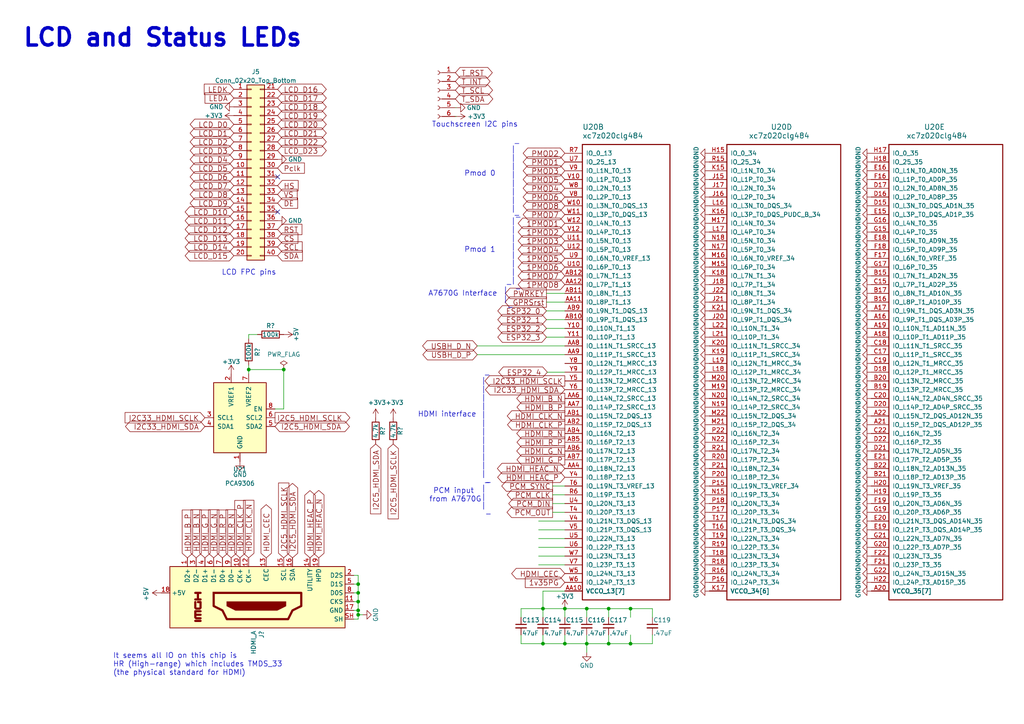
<source format=kicad_sch>
(kicad_sch (version 20230121) (generator eeschema)
  (paper "A4")
  (junction (at 176.53 186.69))
  (junction (at 103.886 171.958))
  (junction (at 163.83 186.69))
  (junction (at 170.18 186.69))
  (junction (at 182.88 176.53))
  (junction (at 82.296 107.188))
  (junction (at 157.48 186.69))
  (junction (at 182.88 186.69))
  (junction (at 72.136 107.188))
  (junction (at 103.886 178.308))
  (junction (at 157.48 176.53))
  (junction (at 103.886 177.038))
  (junction (at 163.83 176.53))
  (junction (at 103.886 169.418))
  (junction (at 170.18 176.53))
  (junction (at 176.53 176.53))
  (junction (at 103.886 174.498))
  (no_connect (at 80.518 51.308))
  (no_connect (at 80.518 61.468))
  (wire (pts (xy 157.48 176.53) (xy 157.48 179.07)))
  (wire (pts (xy 156.21 151.13) (xy 163.83 151.13)))
  (wire (pts (xy 160.274 140.97) (xy 163.83 140.97)))
  (wire (pts (xy 72.136 107.188) (xy 72.136 108.458)))
  (wire (pts (xy 102.616 169.418) (xy 103.886 169.418)))
  (wire (pts (xy 163.83 186.69) (xy 170.18 186.69)))
  (wire (pts (xy 170.18 176.53) (xy 170.18 179.07)))
  (wire (pts (xy 170.18 176.53) (xy 176.53 176.53)))
  (wire (pts (xy 163.83 184.15) (xy 163.83 186.69)))
  (wire (pts (xy 105.156 178.308) (xy 103.886 178.308)))
  (wire (pts (xy 156.21 163.83) (xy 163.83 163.83)))
  (wire (pts (xy 72.136 97.028) (xy 72.136 98.298)))
  (wire (pts (xy 138.43 102.87) (xy 163.83 102.87)))
  (wire (pts (xy 176.53 186.69) (xy 182.88 186.69)))
  (wire (pts (xy 132.334 31.242) (xy 132.08 31.242)))
  (wire (pts (xy 156.21 161.29) (xy 163.83 161.29)))
  (wire (pts (xy 157.48 184.15) (xy 157.48 186.69)))
  (wire (pts (xy 103.886 169.418) (xy 103.886 166.878)))
  (wire (pts (xy 157.48 171.45) (xy 157.48 176.53)))
  (wire (pts (xy 103.886 178.308) (xy 103.886 177.038)))
  (wire (pts (xy 102.616 179.578) (xy 103.886 179.578)))
  (wire (pts (xy 182.88 176.53) (xy 189.23 176.53)))
  (wire (pts (xy 158.496 97.79) (xy 163.83 97.79)))
  (wire (pts (xy 102.616 171.958) (xy 103.886 171.958)))
  (wire (pts (xy 158.496 95.25) (xy 163.83 95.25)))
  (wire (pts (xy 72.136 105.918) (xy 72.136 107.188)))
  (wire (pts (xy 138.43 100.33) (xy 163.83 100.33)))
  (wire (pts (xy 182.88 179.07) (xy 182.88 176.53)))
  (wire (pts (xy 182.88 186.69) (xy 189.23 186.69)))
  (wire (pts (xy 160.274 148.59) (xy 163.83 148.59)))
  (wire (pts (xy 151.13 176.53) (xy 157.48 176.53)))
  (wire (pts (xy 157.48 176.53) (xy 163.83 176.53)))
  (wire (pts (xy 102.616 174.498) (xy 103.886 174.498)))
  (wire (pts (xy 170.18 186.69) (xy 170.18 189.23)))
  (wire (pts (xy 103.886 177.038) (xy 103.886 174.498)))
  (wire (pts (xy 158.75 107.95) (xy 163.83 107.95)))
  (wire (pts (xy 189.23 176.53) (xy 189.23 179.07)))
  (wire (pts (xy 182.88 184.15) (xy 182.88 186.69)))
  (wire (pts (xy 74.676 97.028) (xy 72.136 97.028)))
  (wire (pts (xy 103.886 166.878) (xy 102.616 166.878)))
  (wire (pts (xy 176.53 176.53) (xy 182.88 176.53)))
  (wire (pts (xy 103.886 179.578) (xy 103.886 178.308)))
  (wire (pts (xy 151.13 186.69) (xy 157.48 186.69)))
  (wire (pts (xy 160.274 146.05) (xy 163.83 146.05)))
  (wire (pts (xy 160.274 143.51) (xy 163.83 143.51)))
  (wire (pts (xy 163.83 176.53) (xy 170.18 176.53)))
  (wire (pts (xy 189.23 186.69) (xy 189.23 184.15)))
  (wire (pts (xy 163.83 176.53) (xy 163.83 179.07)))
  (wire (pts (xy 158.496 85.09) (xy 163.83 85.09)))
  (wire (pts (xy 82.296 118.618) (xy 79.756 118.618)))
  (wire (pts (xy 103.886 174.498) (xy 103.886 171.958)))
  (wire (pts (xy 158.496 92.71) (xy 163.83 92.71)))
  (wire (pts (xy 103.886 171.958) (xy 103.886 169.418)))
  (wire (pts (xy 82.296 107.188) (xy 82.296 118.618)))
  (wire (pts (xy 158.496 90.17) (xy 163.83 90.17)))
  (wire (pts (xy 156.21 158.75) (xy 163.83 158.75)))
  (wire (pts (xy 170.18 184.15) (xy 170.18 186.69)))
  (wire (pts (xy 176.53 184.15) (xy 176.53 186.69)))
  (wire (pts (xy 132.334 33.782) (xy 132.08 33.782)))
  (wire (pts (xy 72.136 107.188) (xy 82.296 107.188)))
  (wire (pts (xy 157.48 186.69) (xy 163.83 186.69)))
  (wire (pts (xy 176.53 176.53) (xy 176.53 179.07)))
  (wire (pts (xy 163.83 171.45) (xy 157.48 171.45)))
  (wire (pts (xy 151.13 186.69) (xy 151.13 184.15)))
  (wire (pts (xy 170.18 186.69) (xy 176.53 186.69)))
  (wire (pts (xy 156.21 153.67) (xy 163.83 153.67)))
  (wire (pts (xy 156.21 156.21) (xy 163.83 156.21)))
  (wire (pts (xy 103.886 177.038) (xy 102.616 177.038)))
  (wire (pts (xy 158.496 87.63) (xy 163.83 87.63)))
  (wire (pts (xy 151.13 179.07) (xy 151.13 176.53)))
  (text "Pmod 0" (at 143.764 51.308 0) (effects (font (size 1.524 1.524)) (justify right bottom)))
  (text " PCM input\nfrom A7670G" (at 124.46 145.796 0) (effects (font (size 1.524 1.524)) (justify left bottom)))
  (text "It seems all IO on this chip is \nHR (High-range) which includes TMDS_33\n(the physical standard for HDMI)" (at 32.766 196.088 0) (effects (font (size 1.524 1.524)) (justify left bottom)))
  (text " _\n|\n|\n|\n|\n|\n|\n|\n|\n -" (at 148.082 64.008 0) (effects (font (size 1.524 1.524)) (justify left bottom)))
  (text "LCD FPC pins " (at 64.262 80.01 0) (effects (font (size 1.524 1.524)) (justify left bottom)))
  (text "A7670G Interface\n" (at 144.272 86.106 0) (effects (font (size 1.524 1.524)) (justify right bottom)))
  (text " _\n|\n|\n|\n|\n|\n|\n|\n|\n|\n|\n|\n|\n -" (at 139.446 140.97 0) (effects (font (size 1.524 1.524)) (justify left bottom)))
  (text "Touchscreen I2C pins\n" (at 125.222 37.084 0) (effects (font (size 1.524 1.524)) (justify left bottom)))
  (text " _\n|\n|\n|\n|\n|\n|\n|\n|\n -" (at 148.082 84.836 0) (effects (font (size 1.524 1.524)) (justify left bottom)))
  (text " _\n|\n|\n -" (at 145.796 90.17 0) (effects (font (size 1.524 1.524)) (justify left bottom)))
  (text "LCD and Status LEDs" (at 6.35 13.97 0) (effects (font (size 5.0038 5.0038) (thickness 1.0008) bold) (justify left bottom)))
  (text " _\n|\n|\n|\n -" (at 139.446 150.114 0) (effects (font (size 1.524 1.524)) (justify left bottom)))
  (text "Pmod 1\n" (at 143.764 73.406 0) (effects (font (size 1.524 1.524)) (justify right bottom)))
  (text "HDMI interface\n" (at 121.158 121.158 0) (effects (font (size 1.524 1.524)) (justify left bottom)))
  (global_label "I2C33_HDMI_SDA" (shape bidirectional) (at 163.83 113.03 180) (effects (font (size 1.524 1.524))) (property "Intersheetrefs" "${INTERSHEET_REFS}" (effects hide)))
  (global_label "HDMI_R_P" (shape input) (at 64.516 161.798 90) (effects (font (size 1.524 1.524))) (property "Intersheetrefs" "${INTERSHEET_REFS}" (effects hide)))
  (global_label "PMOD7" (shape bidirectional) (at 163.83 62.23 180) (effects (font (size 1.524 1.524))) (property "Intersheetrefs" "${INTERSHEET_REFS}" (effects hide)))
  (global_label "1v35PG" (shape input) (at 163.83 168.91 180) (effects (font (size 1.524 1.524))) (property "Intersheetrefs" "${INTERSHEET_REFS}" (effects hide)))
  (global_label "LCD_D11" (shape bidirectional) (at 67.818 64.008 180) (effects (font (size 1.524 1.524))) (property "Intersheetrefs" "${INTERSHEET_REFS}" (effects hide)))
  (global_label "I2C33_HDMI_SCLK" (shape output) (at 163.83 110.49 180) (effects (font (size 1.524 1.524))) (property "Intersheetrefs" "${INTERSHEET_REFS}" (effects hide)))
  (global_label "HDMI_HEAC_P" (shape bidirectional) (at 163.83 138.43 180) (effects (font (size 1.524 1.524))) (property "Intersheetrefs" "${INTERSHEET_REFS}" (effects hide)))
  (global_label "PWRKEY" (shape output) (at 158.496 85.09 180) (effects (font (size 1.524 1.524))) (property "Intersheetrefs" "${INTERSHEET_REFS}" (effects hide)))
  (global_label "HDMI_R_N" (shape output) (at 163.83 125.73 180) (effects (font (size 1.524 1.524))) (property "Intersheetrefs" "${INTERSHEET_REFS}" (effects hide)))
  (global_label "LCD_D23" (shape bidirectional) (at 80.518 43.688 0) (effects (font (size 1.524 1.524))) (property "Intersheetrefs" "${INTERSHEET_REFS}" (effects hide)))
  (global_label "HDMI_HEAC_N" (shape bidirectional) (at 163.83 135.89 180) (effects (font (size 1.524 1.524))) (property "Intersheetrefs" "${INTERSHEET_REFS}" (effects hide)))
  (global_label "I2C5_HDMI_SDA" (shape bidirectional) (at 84.836 161.798 90) (effects (font (size 1.524 1.524))) (property "Intersheetrefs" "${INTERSHEET_REFS}" (effects hide)))
  (global_label "T_SCL" (shape bidirectional) (at 132.08 26.162 0) (effects (font (size 1.524 1.524))) (property "Intersheetrefs" "${INTERSHEET_REFS}" (effects hide)))
  (global_label "I2C33_HDMI_SCLK" (shape input) (at 59.436 121.158 180) (effects (font (size 1.524 1.524))) (property "Intersheetrefs" "${INTERSHEET_REFS}" (effects hide)))
  (global_label "LCD_D2" (shape bidirectional) (at 67.818 41.148 180) (effects (font (size 1.524 1.524))) (property "Intersheetrefs" "${INTERSHEET_REFS}" (effects hide)))
  (global_label "HDMI_CLK_P" (shape input) (at 69.596 161.798 90) (effects (font (size 1.524 1.524))) (property "Intersheetrefs" "${INTERSHEET_REFS}" (effects hide)))
  (global_label "PCM_DIN" (shape output) (at 160.274 146.05 180) (effects (font (size 1.524 1.524))) (property "Intersheetrefs" "${INTERSHEET_REFS}" (effects hide)))
  (global_label "ESP32_0" (shape bidirectional) (at 158.496 90.17 180) (effects (font (size 1.523 1.523))) (property "Intersheetrefs" "${INTERSHEET_REFS}" (effects hide)))
  (global_label "T_INT" (shape bidirectional) (at 132.08 23.622 0) (effects (font (size 1.524 1.524))) (property "Intersheetrefs" "${INTERSHEET_REFS}" (effects hide)))
  (global_label "1PMOD1" (shape bidirectional) (at 163.83 64.77 180) (effects (font (size 1.524 1.524))) (property "Intersheetrefs" "${INTERSHEET_REFS}" (effects hide)))
  (global_label "HDMI_B_P" (shape input) (at 54.356 161.798 90) (effects (font (size 1.524 1.524))) (property "Intersheetrefs" "${INTERSHEET_REFS}" (effects hide)))
  (global_label "LCD_D8" (shape bidirectional) (at 67.818 56.388 180) (effects (font (size 1.524 1.524))) (property "Intersheetrefs" "${INTERSHEET_REFS}" (effects hide)))
  (global_label "HDMI_B_N" (shape input) (at 56.896 161.798 90) (effects (font (size 1.524 1.524))) (property "Intersheetrefs" "${INTERSHEET_REFS}" (effects hide)))
  (global_label "Pclk" (shape input) (at 80.518 48.768 0) (effects (font (size 1.524 1.524))) (property "Intersheetrefs" "${INTERSHEET_REFS}" (effects hide)))
  (global_label "LCD_D1" (shape bidirectional) (at 67.818 38.608 180) (effects (font (size 1.524 1.524))) (property "Intersheetrefs" "${INTERSHEET_REFS}" (effects hide)))
  (global_label "LCD_D0" (shape bidirectional) (at 67.818 36.068 180) (effects (font (size 1.524 1.524))) (property "Intersheetrefs" "${INTERSHEET_REFS}" (effects hide)))
  (global_label "HDMI_G_P" (shape input) (at 59.436 161.798 90) (effects (font (size 1.524 1.524))) (property "Intersheetrefs" "${INTERSHEET_REFS}" (effects hide)))
  (global_label "ESP32_2" (shape bidirectional) (at 158.496 95.25 180) (effects (font (size 1.523 1.523))) (property "Intersheetrefs" "${INTERSHEET_REFS}" (effects hide)))
  (global_label "LCD_D13" (shape bidirectional) (at 67.818 69.088 180) (effects (font (size 1.524 1.524))) (property "Intersheetrefs" "${INTERSHEET_REFS}" (effects hide)))
  (global_label "ESP32_4" (shape bidirectional) (at 158.75 107.95 180) (effects (font (size 1.523 1.523))) (property "Intersheetrefs" "${INTERSHEET_REFS}" (effects hide)))
  (global_label "HDMI_HEAC_N" (shape bidirectional) (at 92.456 161.798 90) (effects (font (size 1.524 1.524))) (property "Intersheetrefs" "${INTERSHEET_REFS}" (effects hide)))
  (global_label "LEDA" (shape input) (at 67.818 28.448 180) (effects (font (size 1.524 1.524))) (property "Intersheetrefs" "${INTERSHEET_REFS}" (effects hide)))
  (global_label "HDMI_G_N" (shape output) (at 163.83 130.81 180) (effects (font (size 1.524 1.524))) (property "Intersheetrefs" "${INTERSHEET_REFS}" (effects hide)))
  (global_label "PMOD5" (shape bidirectional) (at 163.83 52.07 180) (effects (font (size 1.524 1.524))) (property "Intersheetrefs" "${INTERSHEET_REFS}" (effects hide)))
  (global_label "HDMI_CLK_P" (shape output) (at 163.83 123.19 180) (effects (font (size 1.524 1.524))) (property "Intersheetrefs" "${INTERSHEET_REFS}" (effects hide)))
  (global_label "LEDK" (shape input) (at 67.818 25.908 180) (effects (font (size 1.524 1.524))) (property "Intersheetrefs" "${INTERSHEET_REFS}" (effects hide)))
  (global_label "HDMI_G_P" (shape output) (at 163.83 133.35 180) (effects (font (size 1.524 1.524))) (property "Intersheetrefs" "${INTERSHEET_REFS}" (effects hide)))
  (global_label "SDA" (shape input) (at 80.518 74.168 0) (effects (font (size 1.524 1.524))) (property "Intersheetrefs" "${INTERSHEET_REFS}" (effects hide)))
  (global_label "ESP32_1" (shape bidirectional) (at 158.496 92.71 180) (effects (font (size 1.523 1.523))) (property "Intersheetrefs" "${INTERSHEET_REFS}" (effects hide)))
  (global_label "VS" (shape input) (at 80.518 56.388 0) (effects (font (size 1.524 1.524))) (property "Intersheetrefs" "${INTERSHEET_REFS}" (effects hide)))
  (global_label "HS" (shape input) (at 80.518 53.848 0) (effects (font (size 1.524 1.524))) (property "Intersheetrefs" "${INTERSHEET_REFS}" (effects hide)))
  (global_label "PMOD6" (shape bidirectional) (at 163.83 57.15 180) (effects (font (size 1.524 1.524))) (property "Intersheetrefs" "${INTERSHEET_REFS}" (effects hide)))
  (global_label "PMOD2" (shape bidirectional) (at 163.83 44.45 180) (effects (font (size 1.524 1.524))) (property "Intersheetrefs" "${INTERSHEET_REFS}" (effects hide)))
  (global_label "GPRSrst" (shape output) (at 158.496 87.63 180) (effects (font (size 1.524 1.524))) (property "Intersheetrefs" "${INTERSHEET_REFS}" (effects hide)))
  (global_label "CS" (shape input) (at 80.518 69.088 0) (effects (font (size 1.524 1.524))) (property "Intersheetrefs" "${INTERSHEET_REFS}" (effects hide)))
  (global_label "USBH_D_P" (shape bidirectional) (at 138.43 102.87 180) (effects (font (size 1.524 1.524))) (property "Intersheetrefs" "${INTERSHEET_REFS}" (effects hide)))
  (global_label "HDMI_HEAC_P" (shape bidirectional) (at 89.916 161.798 90) (effects (font (size 1.524 1.524))) (property "Intersheetrefs" "${INTERSHEET_REFS}" (effects hide)))
  (global_label "LCD_D14" (shape bidirectional) (at 67.818 71.628 180) (effects (font (size 1.524 1.524))) (property "Intersheetrefs" "${INTERSHEET_REFS}" (effects hide)))
  (global_label "LCD_D18" (shape bidirectional) (at 80.518 30.988 0) (effects (font (size 1.524 1.524))) (property "Intersheetrefs" "${INTERSHEET_REFS}" (effects hide)))
  (global_label "HDMI_R_P" (shape output) (at 163.83 128.27 180) (effects (font (size 1.524 1.524))) (property "Intersheetrefs" "${INTERSHEET_REFS}" (effects hide)))
  (global_label "I2C5_HDMI_SCLK" (shape input) (at 82.296 161.798 90) (effects (font (size 1.524 1.524))) (property "Intersheetrefs" "${INTERSHEET_REFS}" (effects hide)))
  (global_label "I2C5_HDMI_SCLK" (shape input) (at 114.046 128.778 270) (effects (font (size 1.524 1.524))) (property "Intersheetrefs" "${INTERSHEET_REFS}" (effects hide)))
  (global_label "T_SDA" (shape bidirectional) (at 132.08 28.702 0) (effects (font (size 1.524 1.524))) (property "Intersheetrefs" "${INTERSHEET_REFS}" (effects hide)))
  (global_label "I2C5_HDMI_SDA" (shape bidirectional) (at 79.756 123.698 0) (effects (font (size 1.524 1.524))) (property "Intersheetrefs" "${INTERSHEET_REFS}" (effects hide)))
  (global_label "PCM_SYNC" (shape output) (at 160.274 140.97 180) (effects (font (size 1.524 1.524))) (property "Intersheetrefs" "${INTERSHEET_REFS}" (effects hide)))
  (global_label "LCD_D12" (shape bidirectional) (at 67.818 66.548 180) (effects (font (size 1.524 1.524))) (property "Intersheetrefs" "${INTERSHEET_REFS}" (effects hide)))
  (global_label "LCD_D20" (shape bidirectional) (at 80.518 36.068 0) (effects (font (size 1.524 1.524))) (property "Intersheetrefs" "${INTERSHEET_REFS}" (effects hide)))
  (global_label "SCL" (shape input) (at 80.518 71.628 0) (effects (font (size 1.524 1.524))) (property "Intersheetrefs" "${INTERSHEET_REFS}" (effects hide)))
  (global_label "HDMI_CEC" (shape bidirectional) (at 163.83 166.37 180) (effects (font (size 1.524 1.524))) (property "Intersheetrefs" "${INTERSHEET_REFS}" (effects hide)))
  (global_label "LCD_D19" (shape bidirectional) (at 80.518 33.528 0) (effects (font (size 1.524 1.524))) (property "Intersheetrefs" "${INTERSHEET_REFS}" (effects hide)))
  (global_label "LCD_D21" (shape bidirectional) (at 80.518 38.608 0) (effects (font (size 1.524 1.524))) (property "Intersheetrefs" "${INTERSHEET_REFS}" (effects hide)))
  (global_label "LCD_D15" (shape bidirectional) (at 67.818 74.168 180) (effects (font (size 1.524 1.524))) (property "Intersheetrefs" "${INTERSHEET_REFS}" (effects hide)))
  (global_label "HDMI_G_N" (shape input) (at 61.976 161.798 90) (effects (font (size 1.524 1.524))) (property "Intersheetrefs" "${INTERSHEET_REFS}" (effects hide)))
  (global_label "LCD_D5" (shape bidirectional) (at 67.818 48.768 180) (effects (font (size 1.524 1.524))) (property "Intersheetrefs" "${INTERSHEET_REFS}" (effects hide)))
  (global_label "PMOD3" (shape bidirectional) (at 163.83 49.53 180) (effects (font (size 1.524 1.524))) (property "Intersheetrefs" "${INTERSHEET_REFS}" (effects hide)))
  (global_label "USBH_D_N" (shape bidirectional) (at 138.43 100.33 180) (effects (font (size 1.524 1.524))) (property "Intersheetrefs" "${INTERSHEET_REFS}" (effects hide)))
  (global_label "RST" (shape input) (at 80.518 66.548 0) (effects (font (size 1.524 1.524))) (property "Intersheetrefs" "${INTERSHEET_REFS}" (effects hide)))
  (global_label "I2C5_HDMI_SCLK" (shape output) (at 79.756 121.158 0) (effects (font (size 1.524 1.524))) (property "Intersheetrefs" "${INTERSHEET_REFS}" (effects hide)))
  (global_label "HDMI_B_P" (shape output) (at 163.83 118.11 180) (effects (font (size 1.524 1.524))) (property "Intersheetrefs" "${INTERSHEET_REFS}" (effects hide)))
  (global_label "LCD_D16" (shape bidirectional) (at 80.518 25.908 0) (effects (font (size 1.524 1.524))) (property "Intersheetrefs" "${INTERSHEET_REFS}" (effects hide)))
  (global_label "PMOD8" (shape bidirectional) (at 163.83 59.69 180) (effects (font (size 1.524 1.524))) (property "Intersheetrefs" "${INTERSHEET_REFS}" (effects hide)))
  (global_label "1PMOD5" (shape bidirectional) (at 163.83 74.93 180) (effects (font (size 1.524 1.524))) (property "Intersheetrefs" "${INTERSHEET_REFS}" (effects hide)))
  (global_label "1PMOD6" (shape bidirectional) (at 163.83 77.47 180) (effects (font (size 1.524 1.524))) (property "Intersheetrefs" "${INTERSHEET_REFS}" (effects hide)))
  (global_label "HDMI_CLK_N" (shape input) (at 72.136 161.798 90) (effects (font (size 1.524 1.524))) (property "Intersheetrefs" "${INTERSHEET_REFS}" (effects hide)))
  (global_label "HDMI_CEC" (shape bidirectional) (at 77.216 161.798 90) (effects (font (size 1.524 1.524))) (property "Intersheetrefs" "${INTERSHEET_REFS}" (effects hide)))
  (global_label "PCM_OUT" (shape output) (at 160.274 148.59 180) (effects (font (size 1.524 1.524))) (property "Intersheetrefs" "${INTERSHEET_REFS}" (effects hide)))
  (global_label "PMOD1" (shape bidirectional) (at 163.83 46.99 180) (effects (font (size 1.524 1.524))) (property "Intersheetrefs" "${INTERSHEET_REFS}" (effects hide)))
  (global_label "HDMI_R_N" (shape input) (at 67.056 161.798 90) (effects (font (size 1.524 1.524))) (property "Intersheetrefs" "${INTERSHEET_REFS}" (effects hide)))
  (global_label "LCD_D7" (shape bidirectional) (at 67.818 53.848 180) (effects (font (size 1.524 1.524))) (property "Intersheetrefs" "${INTERSHEET_REFS}" (effects hide)))
  (global_label "1PMOD7" (shape bidirectional) (at 163.83 80.01 180) (effects (font (size 1.524 1.524))) (property "Intersheetrefs" "${INTERSHEET_REFS}" (effects hide)))
  (global_label "HDMI_CLK_N" (shape output) (at 163.83 120.65 180) (effects (font (size 1.524 1.524))) (property "Intersheetrefs" "${INTERSHEET_REFS}" (effects hide)))
  (global_label "1PMOD3" (shape bidirectional) (at 163.83 69.85 180) (effects (font (size 1.524 1.524))) (property "Intersheetrefs" "${INTERSHEET_REFS}" (effects hide)))
  (global_label "T_RST" (shape bidirectional) (at 132.08 21.082 0) (effects (font (size 1.524 1.524))) (property "Intersheetrefs" "${INTERSHEET_REFS}" (effects hide)))
  (global_label "LCD_D3" (shape bidirectional) (at 67.818 43.688 180) (effects (font (size 1.524 1.524))) (property "Intersheetrefs" "${INTERSHEET_REFS}" (effects hide)))
  (global_label "LCD_D9" (shape bidirectional) (at 67.818 58.928 180) (effects (font (size 1.524 1.524))) (property "Intersheetrefs" "${INTERSHEET_REFS}" (effects hide)))
  (global_label "LCD_D4" (shape bidirectional) (at 67.818 46.228 180) (effects (font (size 1.524 1.524))) (property "Intersheetrefs" "${INTERSHEET_REFS}" (effects hide)))
  (global_label "1PMOD2" (shape bidirectional) (at 163.83 67.31 180) (effects (font (size 1.524 1.524))) (property "Intersheetrefs" "${INTERSHEET_REFS}" (effects hide)))
  (global_label "LCD_D6" (shape bidirectional) (at 67.818 51.308 180) (effects (font (size 1.524 1.524))) (property "Intersheetrefs" "${INTERSHEET_REFS}" (effects hide)))
  (global_label "1PMOD8" (shape bidirectional) (at 163.83 82.55 180) (effects (font (size 1.524 1.524))) (property "Intersheetrefs" "${INTERSHEET_REFS}" (effects hide)))
  (global_label "DE" (shape input) (at 80.518 58.928 0) (effects (font (size 1.524 1.524))) (property "Intersheetrefs" "${INTERSHEET_REFS}" (effects hide)))
  (global_label "LCD_D10" (shape bidirectional) (at 67.818 61.468 180) (effects (font (size 1.524 1.524))) (property "Intersheetrefs" "${INTERSHEET_REFS}" (effects hide)))
  (global_label "HDMI_B_N" (shape output) (at 163.83 115.57 180) (effects (font (size 1.524 1.524))) (property "Intersheetrefs" "${INTERSHEET_REFS}" (effects hide)))
  (global_label "PMOD4" (shape bidirectional) (at 163.83 54.61 180) (effects (font (size 1.524 1.524))) (property "Intersheetrefs" "${INTERSHEET_REFS}" (effects hide)))
  (global_label "1PMOD4" (shape bidirectional) (at 163.83 72.39 180) (effects (font (size 1.524 1.524))) (property "Intersheetrefs" "${INTERSHEET_REFS}" (effects hide)))
  (global_label "LCD_D22" (shape bidirectional) (at 80.518 41.148 0) (effects (font (size 1.524 1.524))) (property "Intersheetrefs" "${INTERSHEET_REFS}" (effects hide)))
  (global_label "I2C33_HDMI_SDA" (shape bidirectional) (at 59.436 123.698 180) (effects (font (size 1.524 1.524))) (property "Intersheetrefs" "${INTERSHEET_REFS}" (effects hide)))
  (global_label "ESP32_3" (shape bidirectional) (at 158.496 97.79 180) (effects (font (size 1.523 1.523))) (property "Intersheetrefs" "${INTERSHEET_REFS}" (effects hide)))
  (global_label "I2C5_HDMI_SDA" (shape input) (at 108.966 128.778 270) (effects (font (size 1.524 1.524))) (property "Intersheetrefs" "${INTERSHEET_REFS}" (effects hide)))
  (global_label "PCM_CLK" (shape output) (at 160.274 143.51 180) (effects (font (size 1.524 1.524))) (property "Intersheetrefs" "${INTERSHEET_REFS}" (effects hide)))
  (global_label "LCD_D17" (shape bidirectional) (at 80.518 28.448 0) (effects (font (size 1.524 1.524))) (property "Intersheetrefs" "${INTERSHEET_REFS}" (effects hide)))
  (symbol (lib_id "Device:C_Small") (at 151.13 181.61 0) (unit 1)
    (property "Reference" "C113" (at 151.384 179.832 0) (effects (justify left)))
    (property "Value" "47uF" (at 151.384 183.642 0) (effects (justify left)))
    (property "Footprint" "Capacitor_SMD:C_1210_3225Metric" (effects hide))
    (property "MFR" "Murata Manufacturing Co Ltd" (effects hide))
    (property "MPN" "GRM32ER70J476ME20L" (effects hide))
    (property "SPR" "Digikey" (effects hide))
    (property "SPN" "490-6542-1-ND" (effects hide))
  )
  (symbol (lib_id "Device:C_Small") (at 157.48 181.61 0) (unit 1)
    (property "Reference" "C114" (at 157.734 179.832 0) (effects (justify left)))
    (property "Value" "4.7uF" (at 157.734 183.642 0) (effects (justify left)))
    (property "Footprint" "Capacitor_SMD:C_0402_1005Metric" (effects hide))
    (property "MFR" "Murata" (effects hide))
    (property "MPN" "GRM155R60G475ME47D" (effects hide))
    (property "SPR" "Digikey" (effects hide))
    (property "SPN" "490-11980-1-ND" (effects hide))
  )
  (symbol (lib_id "Device:C_Small") (at 163.83 181.61 0) (unit 1)
    (property "Reference" "C115" (at 164.084 179.832 0) (effects (justify left)))
    (property "Value" "4.7uF" (at 164.084 183.642 0) (effects (justify left)))
    (property "Footprint" "Capacitor_SMD:C_0402_1005Metric" (effects hide))
    (property "MFR" "Murata" (effects hide))
    (property "MPN" "GRM155R60G475ME47D" (effects hide))
    (property "SPR" "Digikey" (effects hide))
    (property "SPN" "490-11980-1-ND" (effects hide))
  )
  (symbol (lib_id "Device:C_Small") (at 170.18 181.61 0) (unit 1)
    (property "Reference" "C116" (at 170.434 179.832 0) (effects (justify left)))
    (property "Value" ".47uF" (at 170.434 183.642 0) (effects (justify left)))
    (property "Footprint" "Capacitor_SMD:C_0402_1005Metric" (effects hide))
    (property "MFR" "Yageo" (effects hide))
    (property "MPN" "CC0402KRX5R5BB474" (effects hide))
    (property "SPR" "Digikey" (effects hide))
    (property "SPN" "311-1684-1-ND" (effects hide))
  )
  (symbol (lib_id "Device:C_Small") (at 176.53 181.61 0) (unit 1)
    (property "Reference" "C117" (at 176.784 179.832 0) (effects (justify left)))
    (property "Value" ".47uF" (at 176.784 183.642 0) (effects (justify left)))
    (property "Footprint" "Capacitor_SMD:C_0402_1005Metric" (effects hide))
    (property "MFR" "Yageo" (effects hide))
    (property "MPN" "CC0402KRX5R5BB474" (effects hide))
    (property "SPR" "Digikey" (effects hide))
    (property "SPN" "311-1684-1-ND" (effects hide))
  )
  (symbol (lib_id "Device:C_Small") (at 189.23 181.61 0) (unit 1)
    (property "Reference" "C119" (at 189.484 179.832 0) (effects (justify left)))
    (property "Value" ".47uF" (at 189.484 183.642 0) (effects (justify left)))
    (property "Footprint" "Capacitor_SMD:C_0402_1005Metric" (effects hide))
    (property "MFR" "Yageo" (effects hide))
    (property "MPN" "CC0402KRX5R5BB474" (effects hide))
    (property "SPR" "Digikey" (effects hide))
    (property "SPN" "311-1684-1-ND" (effects hide))
  )
  (symbol (lib_id "power:GND") (at 170.18 189.23 0) (unit 1)
    (property "Reference" "#PWR0188" (effects hide))
    (property "Value" "GND" (at 170.18 193.04 0))
  )
  (symbol (lib_id "xilinx7:xc7z020clg484") (at 163.83 44.45 0) (unit 2)
    (property "Reference" "U20" (at 168.91 36.83 0) (effects (font (size 1.524 1.524)) (justify left)))
    (property "Value" "xc7z020clg484" (at 168.91 39.37 0) (effects (font (size 1.524 1.524)) (justify left)))
    (property "Footprint" "DFTcustom:BGA-484_19.0x19.0mm_Layout22x22_P0.80mm_dia0.40mm" (effects hide))
    (property "MFR" "Xilinx" (effects hide))
    (property "MPN" "XC7Z020-1CLG484C" (effects hide))
    (property "SPR" "Digikey" (effects hide))
    (property "SPN" "122-1850-ND" (effects hide))
    (property "SPURL" "-" (effects hide))
  )
  (symbol (lib_id "Connector:HDMI_A") (at 74.676 171.958 90) (mirror x) (unit 1)
    (property "Reference" "J?" (at 75.8444 182.88 0) (effects (justify left)))
    (property "Value" "HDMI_A" (at 73.533 182.88 0) (effects (justify left)))
    (property "Footprint" "DFTcustom:10029449-111RLF" (effects hide))
    (property "Datasheet" "https://en.wikipedia.org/wiki/HDMI" (effects hide))
    (property "MFR" "Amphenol ICC" (effects hide))
    (property "MPN" "10029449-111RLF" (effects hide))
    (property "SPR" "Digikey" (effects hide))
    (property "SPN" "609-4614-1-ND" (effects hide))
    (property "SPURL" "-" (effects hide))
    (instances (project "DFTBoard" (path "" (reference "J?") (unit 1)) (path "" (reference "J9") (unit 1))))
  )
  (symbol (lib_id "power:+5V") (at 46.736 171.958 90) (mirror x) (unit 1)
    (property "Reference" "#PWR?" (effects hide))
    (property "Value" "+5V" (at 42.3418 172.339 0))
    (instances (project "DFTBoard" (path "" (reference "#PWR?") (unit 1)) (path "" (reference "#PWR0174") (unit 1))))
  )
  (symbol (lib_id "power:GND") (at 105.156 178.308 90) (mirror x) (unit 1)
    (property "Reference" "#PWR0175" (effects hide))
    (property "Value" "GND" (at 108.966 178.308 0))
    (instances (project "DFTBoard" (path "" (reference "#PWR0175") (unit 1)) (path "" (reference "#PWR?") (unit 1))))
  )
  (symbol (lib_id "xilinx7:xc7z020clg484") (at 205.74 44.45 0) (unit 4)
    (property "Reference" "U20" (at 223.52 36.83 0) (effects (font (size 1.524 1.524)) (justify left)))
    (property "Value" "xc7z020clg484" (at 217.17 39.37 0) (effects (font (size 1.524 1.524)) (justify left)))
    (property "Footprint" "DFTcustom:BGA-484_19.0x19.0mm_Layout22x22_P0.80mm_dia0.40mm" (effects hide))
    (property "MFR" "Xilinx" (effects hide))
    (property "MPN" "XC7Z020-1CLG484C" (effects hide))
    (property "SPR" "Digikey" (effects hide))
    (property "SPN" "122-1850-ND" (effects hide))
    (property "SPURL" "-" (effects hide))
  )
  (symbol (lib_id "xilinx7:xc7z020clg484") (at 252.73 44.45 0) (unit 5)
    (property "Reference" "U20" (at 267.97 36.83 0) (effects (font (size 1.524 1.524)) (justify left)))
    (property "Value" "xc7z020clg484" (at 262.89 39.37 0) (effects (font (size 1.524 1.524)) (justify left)))
    (property "Footprint" "DFTcustom:BGA-484_19.0x19.0mm_Layout22x22_P0.80mm_dia0.40mm" (effects hide))
    (property "MFR" "Xilinx" (effects hide))
    (property "MPN" "XC7Z020-1CLG484C" (effects hide))
    (property "SPR" "Digikey" (effects hide))
    (property "SPN" "122-1850-ND" (effects hide))
    (property "SPURL" "-" (effects hide))
  )
  (symbol (lib_id "power:GND") (at 205.74 44.45 270) (unit 1)
    (property "Reference" "#PWR0211" (effects hide))
    (property "Value" "GND" (at 201.93 44.45 0))
  )
  (symbol (lib_id "Interface:PCA9306") (at 69.596 121.158 0) (unit 1)
    (property "Reference" "U21" (at 69.596 136.1186 0))
    (property "Value" "PCA9306" (at 69.596 140.208 0))
    (property "Footprint" "Package_SO:SSOP-8_2.95x2.8mm_P0.65mm" (effects hide))
    (property "Datasheet" "http://www.ti.com/lit/ds/symlink/pca9306.pdf" (effects hide))
    (property "MFR" "Texas Instruments" (effects hide))
    (property "MPN" "PCA9306DCTR" (effects hide))
    (property "SPR" "Digikey" (effects hide))
    (property "SPN" "296-18509-2-ND" (effects hide))
    (property "SPURL" "-" (effects hide))
  )
  (symbol (lib_id "power:GND") (at 205.74 46.99 270) (unit 1)
    (property "Reference" "#PWR0221" (effects hide))
    (property "Value" "GND" (at 201.93 46.99 0))
  )
  (symbol (lib_id "power:GND") (at 205.74 49.53 270) (unit 1)
    (property "Reference" "#PWR0228" (effects hide))
    (property "Value" "GND" (at 201.93 49.53 0))
  )
  (symbol (lib_id "power:GND") (at 205.74 52.07 270) (unit 1)
    (property "Reference" "#PWR0229" (effects hide))
    (property "Value" "GND" (at 201.93 52.07 0))
  )
  (symbol (lib_id "power:GND") (at 205.74 54.61 270) (unit 1)
    (property "Reference" "#PWR0232" (effects hide))
    (property "Value" "GND" (at 201.93 54.61 0))
  )
  (symbol (lib_id "power:GND") (at 205.74 57.15 270) (unit 1)
    (property "Reference" "#PWR0233" (effects hide))
    (property "Value" "GND" (at 201.93 57.15 0))
  )
  (symbol (lib_id "power:GND") (at 205.74 59.69 270) (unit 1)
    (property "Reference" "#PWR0234" (effects hide))
    (property "Value" "GND" (at 201.93 59.69 0))
  )
  (symbol (lib_id "power:GND") (at 205.74 62.23 270) (unit 1)
    (property "Reference" "#PWR0243" (effects hide))
    (property "Value" "GND" (at 201.93 62.23 0))
  )
  (symbol (lib_id "power:GND") (at 205.74 64.77 270) (unit 1)
    (property "Reference" "#PWR0244" (effects hide))
    (property "Value" "GND" (at 201.93 64.77 0))
  )
  (symbol (lib_id "power:GND") (at 205.74 67.31 270) (unit 1)
    (property "Reference" "#PWR0245" (effects hide))
    (property "Value" "GND" (at 201.93 67.31 0))
  )
  (symbol (lib_id "power:GND") (at 205.74 69.85 270) (unit 1)
    (property "Reference" "#PWR0246" (effects hide))
    (property "Value" "GND" (at 201.93 69.85 0))
  )
  (symbol (lib_id "power:GND") (at 205.74 72.39 270) (unit 1)
    (property "Reference" "#PWR0247" (effects hide))
    (property "Value" "GND" (at 201.93 72.39 0))
  )
  (symbol (lib_id "power:GND") (at 205.74 74.93 270) (unit 1)
    (property "Reference" "#PWR0248" (effects hide))
    (property "Value" "GND" (at 201.93 74.93 0))
  )
  (symbol (lib_id "power:GND") (at 205.74 77.47 270) (unit 1)
    (property "Reference" "#PWR0249" (effects hide))
    (property "Value" "GND" (at 201.93 77.47 0))
  )
  (symbol (lib_id "power:GND") (at 205.74 80.01 270) (unit 1)
    (property "Reference" "#PWR0250" (effects hide))
    (property "Value" "GND" (at 201.93 80.01 0))
  )
  (symbol (lib_id "power:GND") (at 205.74 82.55 270) (unit 1)
    (property "Reference" "#PWR0251" (effects hide))
    (property "Value" "GND" (at 201.93 82.55 0))
  )
  (symbol (lib_id "power:GND") (at 205.74 85.09 270) (unit 1)
    (property "Reference" "#PWR0252" (effects hide))
    (property "Value" "GND" (at 201.93 85.09 0))
  )
  (symbol (lib_id "power:GND") (at 205.74 87.63 270) (unit 1)
    (property "Reference" "#PWR0253" (effects hide))
    (property "Value" "GND" (at 201.93 87.63 0))
  )
  (symbol (lib_id "power:GND") (at 205.74 90.17 270) (unit 1)
    (property "Reference" "#PWR0254" (effects hide))
    (property "Value" "GND" (at 201.93 90.17 0))
  )
  (symbol (lib_id "power:GND") (at 205.74 92.71 270) (unit 1)
    (property "Reference" "#PWR0255" (effects hide))
    (property "Value" "GND" (at 201.93 92.71 0))
  )
  (symbol (lib_id "power:GND") (at 205.74 95.25 270) (unit 1)
    (property "Reference" "#PWR0256" (effects hide))
    (property "Value" "GND" (at 201.93 95.25 0))
  )
  (symbol (lib_id "power:GND") (at 205.74 97.79 270) (unit 1)
    (property "Reference" "#PWR0257" (effects hide))
    (property "Value" "GND" (at 201.93 97.79 0))
  )
  (symbol (lib_id "power:GND") (at 205.74 100.33 270) (unit 1)
    (property "Reference" "#PWR0258" (effects hide))
    (property "Value" "GND" (at 201.93 100.33 0))
  )
  (symbol (lib_id "power:GND") (at 205.74 102.87 270) (unit 1)
    (property "Reference" "#PWR0259" (effects hide))
    (property "Value" "GND" (at 201.93 102.87 0))
  )
  (symbol (lib_id "power:GND") (at 205.74 105.41 270) (unit 1)
    (property "Reference" "#PWR0260" (effects hide))
    (property "Value" "GND" (at 201.93 105.41 0))
  )
  (symbol (lib_id "power:GND") (at 205.74 107.95 270) (unit 1)
    (property "Reference" "#PWR0261" (effects hide))
    (property "Value" "GND" (at 201.93 107.95 0))
  )
  (symbol (lib_id "power:GND") (at 205.74 110.49 270) (unit 1)
    (property "Reference" "#PWR0262" (effects hide))
    (property "Value" "GND" (at 201.93 110.49 0))
  )
  (symbol (lib_id "power:GND") (at 205.74 113.03 270) (unit 1)
    (property "Reference" "#PWR0263" (effects hide))
    (property "Value" "GND" (at 201.93 113.03 0))
  )
  (symbol (lib_id "power:GND") (at 205.74 115.57 270) (unit 1)
    (property "Reference" "#PWR0264" (effects hide))
    (property "Value" "GND" (at 201.93 115.57 0))
  )
  (symbol (lib_id "power:GND") (at 205.74 118.11 270) (unit 1)
    (property "Reference" "#PWR0265" (effects hide))
    (property "Value" "GND" (at 201.93 118.11 0))
  )
  (symbol (lib_id "power:GND") (at 205.74 120.65 270) (unit 1)
    (property "Reference" "#PWR0266" (effects hide))
    (property "Value" "GND" (at 201.93 120.65 0))
  )
  (symbol (lib_id "power:GND") (at 205.74 123.19 270) (unit 1)
    (property "Reference" "#PWR0267" (effects hide))
    (property "Value" "GND" (at 201.93 123.19 0))
  )
  (symbol (lib_id "power:GND") (at 205.74 125.73 270) (unit 1)
    (property "Reference" "#PWR0268" (effects hide))
    (property "Value" "GND" (at 201.93 125.73 0))
  )
  (symbol (lib_id "power:GND") (at 205.74 128.27 270) (unit 1)
    (property "Reference" "#PWR0269" (effects hide))
    (property "Value" "GND" (at 201.93 128.27 0))
  )
  (symbol (lib_id "power:GND") (at 205.74 130.81 270) (unit 1)
    (property "Reference" "#PWR0270" (effects hide))
    (property "Value" "GND" (at 201.93 130.81 0))
  )
  (symbol (lib_id "power:GND") (at 205.74 133.35 270) (unit 1)
    (property "Reference" "#PWR0271" (effects hide))
    (property "Value" "GND" (at 201.93 133.35 0))
  )
  (symbol (lib_id "power:GND") (at 205.74 135.89 270) (unit 1)
    (property "Reference" "#PWR0272" (effects hide))
    (property "Value" "GND" (at 201.93 135.89 0))
  )
  (symbol (lib_id "power:GND") (at 205.74 138.43 270) (unit 1)
    (property "Reference" "#PWR0273" (effects hide))
    (property "Value" "GND" (at 201.93 138.43 0))
  )
  (symbol (lib_id "power:GND") (at 205.74 140.97 270) (unit 1)
    (property "Reference" "#PWR0274" (effects hide))
    (property "Value" "GND" (at 201.93 140.97 0))
  )
  (symbol (lib_id "power:GND") (at 205.74 143.51 270) (unit 1)
    (property "Reference" "#PWR0275" (effects hide))
    (property "Value" "GND" (at 201.93 143.51 0))
  )
  (symbol (lib_id "power:GND") (at 205.74 146.05 270) (unit 1)
    (property "Reference" "#PWR0276" (effects hide))
    (property "Value" "GND" (at 201.93 146.05 0))
  )
  (symbol (lib_id "power:GND") (at 205.74 148.59 270) (unit 1)
    (property "Reference" "#PWR0277" (effects hide))
    (property "Value" "GND" (at 201.93 148.59 0))
  )
  (symbol (lib_id "power:GND") (at 205.74 151.13 270) (unit 1)
    (property "Reference" "#PWR0278" (effects hide))
    (property "Value" "GND" (at 201.93 151.13 0))
  )
  (symbol (lib_id "power:GND") (at 205.74 153.67 270) (unit 1)
    (property "Reference" "#PWR0279" (effects hide))
    (property "Value" "GND" (at 201.93 153.67 0))
  )
  (symbol (lib_id "power:GND") (at 205.74 156.21 270) (unit 1)
    (property "Reference" "#PWR0280" (effects hide))
    (property "Value" "GND" (at 201.93 156.21 0))
  )
  (symbol (lib_id "power:GND") (at 205.74 158.75 270) (unit 1)
    (property "Reference" "#PWR0281" (effects hide))
    (property "Value" "GND" (at 201.93 158.75 0))
  )
  (symbol (lib_id "power:GND") (at 205.74 161.29 270) (unit 1)
    (property "Reference" "#PWR0282" (effects hide))
    (property "Value" "GND" (at 201.93 161.29 0))
  )
  (symbol (lib_id "power:GND") (at 205.74 163.83 270) (unit 1)
    (property "Reference" "#PWR0283" (effects hide))
    (property "Value" "GND" (at 201.93 163.83 0))
  )
  (symbol (lib_id "power:+3V3") (at 67.056 108.458 0) (unit 1)
    (property "Reference" "#PWR0340" (effects hide))
    (property "Value" "+3.3V" (at 67.056 104.902 0))
  )
  (symbol (lib_id "power:GND") (at 205.74 166.37 270) (unit 1)
    (property "Reference" "#PWR0284" (effects hide))
    (property "Value" "GND" (at 201.93 166.37 0))
  )
  (symbol (lib_id "power:GND") (at 205.74 168.91 270) (unit 1)
    (property "Reference" "#PWR0285" (effects hide))
    (property "Value" "GND" (at 201.93 168.91 0))
  )
  (symbol (lib_id "power:GND") (at 205.74 171.45 270) (unit 1)
    (property "Reference" "#PWR0286" (effects hide))
    (property "Value" "GND" (at 201.93 171.45 0))
  )
  (symbol (lib_id "power:+5V") (at 82.296 97.028 270) (unit 1)
    (property "Reference" "#PWR?" (effects hide))
    (property "Value" "+5V" (at 85.852 97.028 0))
    (instances (project "DFTBoard" (path "" (reference "#PWR?") (unit 1)) (path "" (reference "#PWR?") (unit 1)) (path "" (reference "#PWR0341") (unit 1))))
  )
  (symbol (lib_id "power:GND") (at 69.596 133.858 0) (mirror y) (unit 1)
    (property "Reference" "#PWR0342" (effects hide))
    (property "Value" "GND" (at 69.596 137.668 0))
    (instances (project "DFTBoard" (path "" (reference "#PWR0342") (unit 1)) (path "" (reference "#PWR?") (unit 1))))
  )
  (symbol (lib_id "power:GND") (at 252.73 44.45 270) (unit 1)
    (property "Reference" "#PWR0287" (effects hide))
    (property "Value" "GND" (at 248.92 44.45 0))
  )
  (symbol (lib_id "power:GND") (at 252.73 46.99 270) (unit 1)
    (property "Reference" "#PWR0288" (effects hide))
    (property "Value" "GND" (at 248.92 46.99 0))
  )
  (symbol (lib_id "power:GND") (at 252.73 49.53 270) (unit 1)
    (property "Reference" "#PWR0289" (effects hide))
    (property "Value" "GND" (at 248.92 49.53 0))
  )
  (symbol (lib_id "power:GND") (at 252.73 52.07 270) (unit 1)
    (property "Reference" "#PWR0290" (effects hide))
    (property "Value" "GND" (at 248.92 52.07 0))
  )
  (symbol (lib_id "power:GND") (at 252.73 54.61 270) (unit 1)
    (property "Reference" "#PWR0291" (effects hide))
    (property "Value" "GND" (at 248.92 54.61 0))
  )
  (symbol (lib_id "power:GND") (at 252.73 57.15 270) (unit 1)
    (property "Reference" "#PWR0292" (effects hide))
    (property "Value" "GND" (at 248.92 57.15 0))
  )
  (symbol (lib_id "power:GND") (at 252.73 59.69 270) (unit 1)
    (property "Reference" "#PWR0293" (effects hide))
    (property "Value" "GND" (at 248.92 59.69 0))
  )
  (symbol (lib_id "power:GND") (at 252.73 62.23 270) (unit 1)
    (property "Reference" "#PWR0294" (effects hide))
    (property "Value" "GND" (at 248.92 62.23 0))
  )
  (symbol (lib_id "power:GND") (at 252.73 64.77 270) (unit 1)
    (property "Reference" "#PWR0295" (effects hide))
    (property "Value" "GND" (at 248.92 64.77 0))
  )
  (symbol (lib_id "power:GND") (at 252.73 67.31 270) (unit 1)
    (property "Reference" "#PWR0296" (effects hide))
    (property "Value" "GND" (at 248.92 67.31 0))
  )
  (symbol (lib_id "power:GND") (at 252.73 69.85 270) (unit 1)
    (property "Reference" "#PWR0297" (effects hide))
    (property "Value" "GND" (at 248.92 69.85 0))
  )
  (symbol (lib_id "power:GND") (at 252.73 72.39 270) (unit 1)
    (property "Reference" "#PWR0298" (effects hide))
    (property "Value" "GND" (at 248.92 72.39 0))
  )
  (symbol (lib_id "power:GND") (at 252.73 74.93 270) (unit 1)
    (property "Reference" "#PWR0299" (effects hide))
    (property "Value" "GND" (at 248.92 74.93 0))
  )
  (symbol (lib_id "power:GND") (at 252.73 77.47 270) (unit 1)
    (property "Reference" "#PWR0300" (effects hide))
    (property "Value" "GND" (at 248.92 77.47 0))
  )
  (symbol (lib_id "power:GND") (at 252.73 80.01 270) (unit 1)
    (property "Reference" "#PWR0301" (effects hide))
    (property "Value" "GND" (at 248.92 80.01 0))
  )
  (symbol (lib_id "power:GND") (at 252.73 82.55 270) (unit 1)
    (property "Reference" "#PWR0302" (effects hide))
    (property "Value" "GND" (at 248.92 82.55 0))
  )
  (symbol (lib_id "power:GND") (at 252.73 85.09 270) (unit 1)
    (property "Reference" "#PWR0303" (effects hide))
    (property "Value" "GND" (at 248.92 85.09 0))
  )
  (symbol (lib_id "power:GND") (at 252.73 87.63 270) (unit 1)
    (property "Reference" "#PWR0304" (effects hide))
    (property "Value" "GND" (at 248.92 87.63 0))
  )
  (symbol (lib_id "power:GND") (at 252.73 90.17 270) (unit 1)
    (property "Reference" "#PWR0305" (effects hide))
    (property "Value" "GND" (at 248.92 90.17 0))
  )
  (symbol (lib_id "power:GND") (at 252.73 92.71 270) (unit 1)
    (property "Reference" "#PWR0306" (effects hide))
    (property "Value" "GND" (at 248.92 92.71 0))
  )
  (symbol (lib_id "power:GND") (at 252.73 95.25 270) (unit 1)
    (property "Reference" "#PWR0307" (effects hide))
    (property "Value" "GND" (at 248.92 95.25 0))
  )
  (symbol (lib_id "power:GND") (at 252.73 97.79 270) (unit 1)
    (property "Reference" "#PWR0308" (effects hide))
    (property "Value" "GND" (at 248.92 97.79 0))
  )
  (symbol (lib_id "power:GND") (at 252.73 100.33 270) (unit 1)
    (property "Reference" "#PWR0309" (effects hide))
    (property "Value" "GND" (at 248.92 100.33 0))
  )
  (symbol (lib_id "power:GND") (at 252.73 102.87 270) (unit 1)
    (property "Reference" "#PWR0310" (effects hide))
    (property "Value" "GND" (at 248.92 102.87 0))
  )
  (symbol (lib_id "power:GND") (at 252.73 105.41 270) (unit 1)
    (property "Reference" "#PWR0311" (effects hide))
    (property "Value" "GND" (at 248.92 105.41 0))
  )
  (symbol (lib_id "power:GND") (at 252.73 107.95 270) (unit 1)
    (property "Reference" "#PWR0312" (effects hide))
    (property "Value" "GND" (at 248.92 107.95 0))
  )
  (symbol (lib_id "power:GND") (at 252.73 110.49 270) (unit 1)
    (property "Reference" "#PWR0313" (effects hide))
    (property "Value" "GND" (at 248.92 110.49 0))
  )
  (symbol (lib_id "power:GND") (at 252.73 113.03 270) (unit 1)
    (property "Reference" "#PWR0314" (effects hide))
    (property "Value" "GND" (at 248.92 113.03 0))
  )
  (symbol (lib_id "power:GND") (at 252.73 115.57 270) (unit 1)
    (property "Reference" "#PWR0315" (effects hide))
    (property "Value" "GND" (at 248.92 115.57 0))
  )
  (symbol (lib_id "power:GND") (at 252.73 118.11 270) (unit 1)
    (property "Reference" "#PWR0316" (effects hide))
    (property "Value" "GND" (at 248.92 118.11 0))
  )
  (symbol (lib_id "power:GND") (at 252.73 120.65 270) (unit 1)
    (property "Reference" "#PWR0317" (effects hide))
    (property "Value" "GND" (at 248.92 120.65 0))
  )
  (symbol (lib_id "power:GND") (at 252.73 123.19 270) (unit 1)
    (property "Reference" "#PWR0318" (effects hide))
    (property "Value" "GND" (at 248.92 123.19 0))
  )
  (symbol (lib_id "power:GND") (at 252.73 125.73 270) (unit 1)
    (property "Reference" "#PWR0319" (effects hide))
    (property "Value" "GND" (at 248.92 125.73 0))
  )
  (symbol (lib_id "power:GND") (at 252.73 128.27 270) (unit 1)
    (property "Reference" "#PWR0320" (effects hide))
    (property "Value" "GND" (at 248.92 128.27 0))
  )
  (symbol (lib_id "power:GND") (at 252.73 130.81 270) (unit 1)
    (property "Reference" "#PWR0321" (effects hide))
    (property "Value" "GND" (at 248.92 130.81 0))
  )
  (symbol (lib_id "power:GND") (at 252.73 133.35 270) (unit 1)
    (property "Reference" "#PWR0322" (effects hide))
    (property "Value" "GND" (at 248.92 133.35 0))
  )
  (symbol (lib_id "power:GND") (at 252.73 135.89 270) (unit 1)
    (property "Reference" "#PWR0323" (effects hide))
    (property "Value" "GND" (at 248.92 135.89 0))
  )
  (symbol (lib_id "power:GND") (at 252.73 138.43 270) (unit 1)
    (property "Reference" "#PWR0324" (effects hide))
    (property "Value" "GND" (at 248.92 138.43 0))
  )
  (symbol (lib_id "power:GND") (at 252.73 140.97 270) (unit 1)
    (property "Reference" "#PWR0325" (effects hide))
    (property "Value" "GND" (at 248.92 140.97 0))
  )
  (symbol (lib_id "power:GND") (at 252.73 143.51 270) (unit 1)
    (property "Reference" "#PWR0326" (effects hide))
    (property "Value" "GND" (at 248.92 143.51 0))
  )
  (symbol (lib_id "power:GND") (at 252.73 146.05 270) (unit 1)
    (property "Reference" "#PWR0327" (effects hide))
    (property "Value" "GND" (at 248.92 146.05 0))
  )
  (symbol (lib_id "power:GND") (at 252.73 148.59 270) (unit 1)
    (property "Reference" "#PWR0328" (effects hide))
    (property "Value" "GND" (at 248.92 148.59 0))
  )
  (symbol (lib_id "power:GND") (at 252.73 151.13 270) (unit 1)
    (property "Reference" "#PWR0329" (effects hide))
    (property "Value" "GND" (at 248.92 151.13 0))
  )
  (symbol (lib_id "power:GND") (at 252.73 153.67 270) (unit 1)
    (property "Reference" "#PWR0330" (effects hide))
    (property "Value" "GND" (at 248.92 153.67 0))
  )
  (symbol (lib_id "power:GND") (at 252.73 156.21 270) (unit 1)
    (property "Reference" "#PWR0331" (effects hide))
    (property "Value" "GND" (at 248.92 156.21 0))
  )
  (symbol (lib_id "power:GND") (at 252.73 158.75 270) (unit 1)
    (property "Reference" "#PWR0332" (effects hide))
    (property "Value" "GND" (at 248.92 158.75 0))
  )
  (symbol (lib_id "power:GND") (at 252.73 161.29 270) (unit 1)
    (property "Reference" "#PWR0333" (effects hide))
    (property "Value" "GND" (at 248.92 161.29 0))
  )
  (symbol (lib_id "power:GND") (at 252.73 163.83 270) (unit 1)
    (property "Reference" "#PWR0334" (effects hide))
    (property "Value" "GND" (at 248.92 163.83 0))
  )
  (symbol (lib_id "power:GND") (at 252.73 166.37 270) (unit 1)
    (property "Reference" "#PWR0335" (effects hide))
    (property "Value" "GND" (at 248.92 166.37 0))
  )
  (symbol (lib_id "power:GND") (at 252.73 168.91 270) (unit 1)
    (property "Reference" "#PWR0336" (effects hide))
    (property "Value" "GND" (at 248.92 168.91 0))
  )
  (symbol (lib_id "power:GND") (at 252.73 171.45 270) (unit 1)
    (property "Reference" "#PWR0337" (effects hide))
    (property "Value" "GND" (at 248.92 171.45 0))
  )
  (symbol (lib_id "Device:R") (at 108.966 124.968 0) (unit 1)
    (property "Reference" "R?" (at 110.998 124.968 90))
    (property "Value" "4.7k" (at 108.966 124.968 90))
    (property "Footprint" "Resistor_SMD:R_0402_1005Metric" (effects hide))
    (property "MFR" "Yageo" (effects hide))
    (property "MPN" "RC0402JR-074K7L" (effects hide))
    (property "SPR" "Digikey" (effects hide))
    (property "SPN" "311-4.7KJRCT-ND" (effects hide))
    (instances (project "DFTBoard" (path "" (reference "R?") (unit 1)) (path "" (reference "R82") (unit 1)) (path "" (reference "R?") (unit 1)) (path "" (reference "R?") (unit 1))))
  )
  (symbol (lib_id "Device:R") (at 114.046 124.968 0) (unit 1)
    (property "Reference" "R?" (at 116.078 124.968 90))
    (property "Value" "4.7k" (at 114.046 124.968 90))
    (property "Footprint" "Resistor_SMD:R_0402_1005Metric" (effects hide))
    (property "MFR" "Yageo" (effects hide))
    (property "MPN" "RC0402JR-074K7L" (effects hide))
    (property "SPR" "Digikey" (effects hide))
    (property "SPN" "311-4.7KJRCT-ND" (effects hide))
    (instances (project "DFTBoard" (path "" (reference "R?") (unit 1)) (path "" (reference "R83") (unit 1)) (path "" (reference "R?") (unit 1)) (path "" (reference "R?") (unit 1))))
  )
  (symbol (lib_id "power:+3V3") (at 108.966 121.158 0) (unit 1)
    (property "Reference" "#PWR?" (effects hide))
    (property "Value" "+3.3V" (at 109.347 116.7638 0))
    (instances (project "DFTBoard" (path "" (reference "#PWR?") (unit 1)) (path "" (reference "#PWR?") (unit 1)) (path "" (reference "#PWR0344") (unit 1))))
  )
  (symbol (lib_id "power:+3V3") (at 114.046 121.158 0) (unit 1)
    (property "Reference" "#PWR?" (effects hide))
    (property "Value" "+3.3V" (at 114.427 116.7638 0))
    (instances (project "DFTBoard" (path "" (reference "#PWR?") (unit 1)) (path "" (reference "#PWR?") (unit 1)) (path "" (reference "#PWR0345") (unit 1))))
  )
  (symbol (lib_id "power:+3V3") (at 163.83 176.53 0) (unit 1)
    (property "Reference" "#PWR0172" (effects hide))
    (property "Value" "+3.3V" (at 163.83 172.974 0))
  )
  (symbol (lib_id "Device:R") (at 72.136 102.108 180) (unit 1)
    (property "Reference" "R?" (at 74.676 102.108 90))
    (property "Value" "100k" (at 72.136 102.108 90))
    (property "Footprint" "Resistor_SMD:R_0402_1005Metric" (effects hide))
    (property "MFR" "Yageo" (effects hide))
    (property "MPN" "RC0402FR-07100KL" (effects hide))
    (property "SPR" "Digikey" (effects hide))
    (property "SPN" "311-100KLRTR-ND" (effects hide))
    (instances (project "DFTBoard" (path "" (reference "R?") (unit 1)) (path "" (reference "R?") (unit 1)) (path "" (reference "R34") (unit 1))))
  )
  (symbol (lib_id "Device:R") (at 78.486 97.028 90) (unit 1)
    (property "Reference" "R?" (at 78.486 94.488 90))
    (property "Value" "100k" (at 78.486 97.028 90))
    (property "Footprint" "Resistor_SMD:R_0402_1005Metric" (effects hide))
    (property "MFR" "Yageo" (effects hide))
    (property "MPN" "RC0402FR-07100KL" (effects hide))
    (property "SPR" "Digikey" (effects hide))
    (property "SPN" "311-100KLRTR-ND" (effects hide))
    (instances (project "DFTBoard" (path "" (reference "R?") (unit 1)) (path "" (reference "R?") (unit 1)) (path "" (reference "R81") (unit 1))))
  )
  (symbol (lib_id "power:PWR_FLAG") (at 82.296 107.188 0) (unit 1)
    (property "Reference" "#FLG0102" (effects hide))
    (property "Value" "PWR_FLAG" (at 82.296 102.7938 0))
  )
  (symbol (lib_id "power:GND") (at 80.518 46.228 90) (mirror x) (unit 1)
    (property "Reference" "#PWR?" (effects hide))
    (property "Value" "GND" (at 85.598 46.228 90))
    (instances (project "DFTBoard" (path "" (reference "#PWR?") (unit 1)) (path "" (reference "#PWR?") (unit 1)) (path "" (reference "#PWR0184") (unit 1))) (project "DFTBoard" (path "" (reference "#PWR075") (unit 1))))
  )
  (symbol (lib_id "power:+3V3") (at 132.334 33.782 270) (unit 1)
    (property "Reference" "#PWR0126" (effects hide))
    (property "Value" "+3.3V" (at 138.176 33.782 90))
  )
  (symbol (lib_id "power:GND") (at 67.818 30.988 270) (unit 1)
    (property "Reference" "#PWR?" (effects hide))
    (property "Value" "GND" (at 62.738 30.988 90))
    (instances (project "DFTBoard" (path "" (reference "#PWR?") (unit 1)) (path "" (reference "#PWR?") (unit 1)) (path "" (reference "#PWR0146") (unit 1))) (project "DFTBoard" (path "" (reference "#PWR065") (unit 1))))
  )
  (symbol (lib_id "Connector_Generic:Conn_02x20_Top_Bottom") (at 72.898 48.768 0) (unit 1)
    (property "Reference" "J5" (at 74.168 20.828 0))
    (property "Value" "Conn_02x20_Top_Bottom" (at 74.168 23.368 0))
    (property "Footprint" "Connector_FFC-FPC:TE_4-1734839-0_1x40-1MP_P0.5mm_Horizontal" (effects hide))
    (instances (project "DFTBoard" (path "" (reference "J5") (unit 1))) (project "DFTBoard" (path "" (reference "J3") (unit 1))))
  )
  (symbol (lib_id "power:GND") (at 80.518 64.008 90) (mirror x) (unit 1)
    (property "Reference" "#PWR?" (effects hide))
    (property "Value" "GND" (at 85.598 64.008 90))
    (instances (project "DFTBoard" (path "" (reference "#PWR?") (unit 1)) (path "" (reference "#PWR?") (unit 1)) (path "" (reference "#PWR0185") (unit 1))) (project "DFTBoard" (path "" (reference "#PWR0124") (unit 1))))
  )
  (symbol (lib_id "power:+3V3") (at 67.818 33.528 90) (mirror x) (unit 1)
    (property "Reference" "#PWR074" (effects hide))
    (property "Value" "+3.3V" (at 61.976 33.528 90))
  )
  (symbol (lib_id "Connector:Conn_01x06_Female") (at 127 26.162 0) (mirror y) (unit 1)
    (property "Reference" "J4" (effects hide))
    (property "Value" "Conn_01x06_Female" (effects hide))
    (property "Footprint" "Connector_FFC-FPC:Hirose_FH12-6S-0.5SH_1x06-1MP_P0.50mm_Horizontal" (effects hide))
    (property "Datasheet" "https://www.digikey.com/en/products/detail/hirose-electric-co-ltd/FH12-6S-0-5SH-55/1089415" (effects hide))
  )
  (symbol (lib_id "power:GND") (at 132.334 31.242 90) (mirror x) (unit 1)
    (property "Reference" "#PWR?" (effects hide))
    (property "Value" "GND" (at 137.414 31.242 90))
    (instances (project "DFTBoard" (path "" (reference "#PWR?") (unit 1)) (path "" (reference "#PWR?") (unit 1)) (path "" (reference "#PWR0184") (unit 1))) (project "DFTBoard" (path "" (reference "#PWR0125") (unit 1))))
  )
)
</source>
